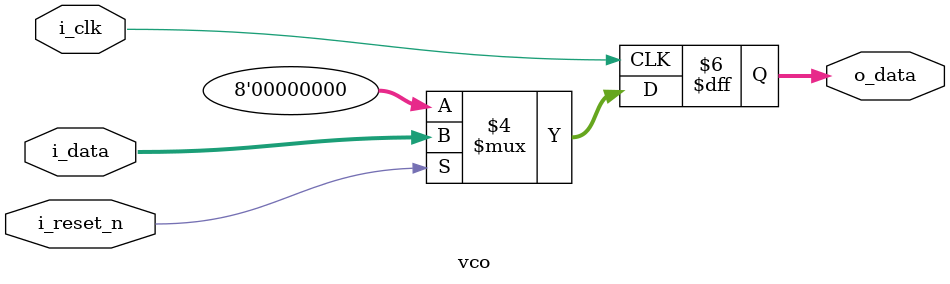
<source format=v>

`default_nettype none
`timescale 1ps/1ps

module vco(
    input   wire    [0:0]   i_clk,
    input   wire    [0:0]   i_reset_n,
    input   wire    [7:0]   i_data,
    output  reg     [7:0]   o_data
);

always @(posedge i_clk) begin
    if(!i_reset_n) begin
        o_data <= 8'h00;
    end else begin
        o_data <= i_data;
    end
end

endmodule

</source>
